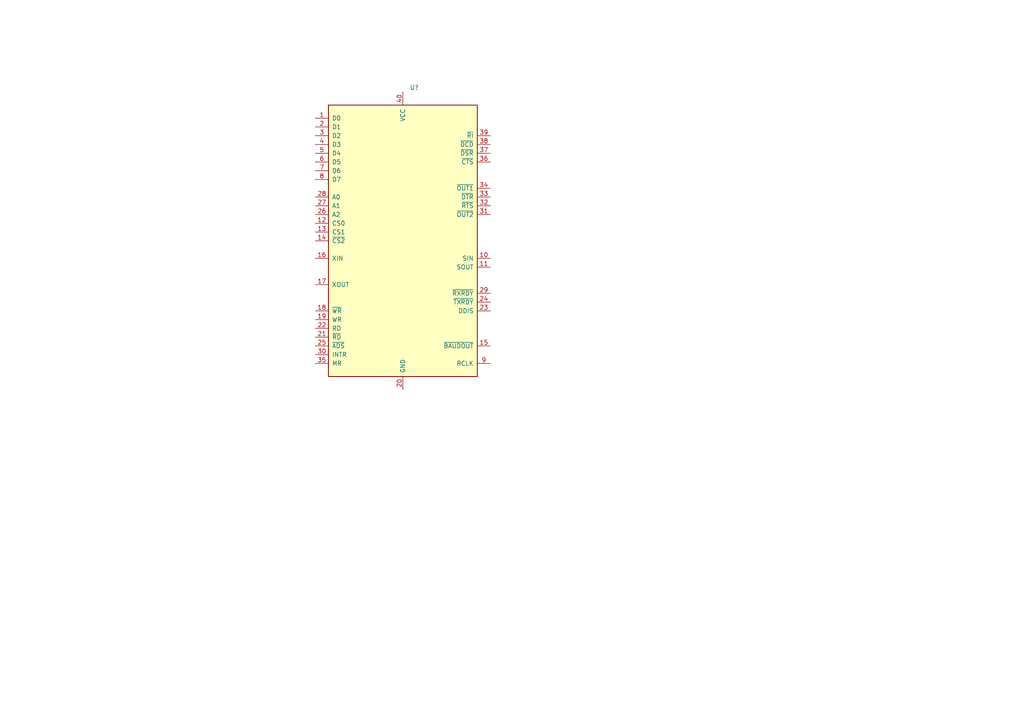
<source format=kicad_sch>
(kicad_sch (version 20211123) (generator eeschema)
  (paper "A4")
  (lib_symbols
    (symbol "Interface_UART:16550" (pin_names (offset 1.016))
      (property "Reference" "U" (at -21.59 40.64 0))
      (property "Value" "16550" (at 15.24 40.64 0))
      (symbol "16550_0_1"
        (rectangle (start -21.59 -39.37) (end 21.59 39.37) (stroke (width 0.254)) (fill (type background)))
      )
      (symbol "16550_1_1"
        (pin bidirectional line (at -25.4 35.56 0) (length 3.81) (name "D0") (number "1"))
        (pin input line (at 25.4 -5.08 180) (length 3.81) (name "SIN") (number "10"))
        (pin output line (at 25.4 -7.62 180) (length 3.81) (name "SOUT") (number "11"))
        (pin input line (at -25.4 5.08 0) (length 3.81) (name "CS0") (number "12"))
        (pin input line (at -25.4 2.54 0) (length 3.81) (name "CS1") (number "13"))
        (pin input line (at -25.4 0 0) (length 3.81) (name "~{CS2}") (number "14"))
        (pin output line (at 25.4 -30.48 180) (length 3.81) (name "~{BAUDOUT}") (number "15"))
        (pin input line (at -25.4 -5.08 0) (length 3.81) (name "XIN") (number "16"))
        (pin output line (at -25.4 -12.7 0) (length 3.81) (name "XOUT") (number "17"))
        (pin input line (at -25.4 -20.32 0) (length 3.81) (name "~{WR}") (number "18"))
        (pin input line (at -25.4 -22.86 0) (length 3.81) (name "WR") (number "19"))
        (pin bidirectional line (at -25.4 33.02 0) (length 3.81) (name "D1") (number "2"))
        (pin power_in line (at 0 -43.18 90) (length 3.81) (name "GND") (number "20"))
        (pin input line (at -25.4 -27.94 0) (length 3.81) (name "~{RD}") (number "21"))
        (pin input line (at -25.4 -25.4 0) (length 3.81) (name "RD") (number "22"))
        (pin output line (at 25.4 -20.32 180) (length 3.81) (name "DDIS") (number "23"))
        (pin output line (at 25.4 -17.78 180) (length 3.81) (name "~{TXRDY}") (number "24"))
        (pin input line (at -25.4 -30.48 0) (length 3.81) (name "~{ADS}") (number "25"))
        (pin input line (at -25.4 7.62 0) (length 3.81) (name "A2") (number "26"))
        (pin input line (at -25.4 10.16 0) (length 3.81) (name "A1") (number "27"))
        (pin input line (at -25.4 12.7 0) (length 3.81) (name "A0") (number "28"))
        (pin output line (at 25.4 -15.24 180) (length 3.81) (name "~{RXRDY}") (number "29"))
        (pin bidirectional line (at -25.4 30.48 0) (length 3.81) (name "D2") (number "3"))
        (pin output line (at -25.4 -33.02 0) (length 3.81) (name "INTR") (number "30"))
        (pin output line (at 25.4 7.62 180) (length 3.81) (name "~{OUT2}") (number "31"))
        (pin output line (at 25.4 10.16 180) (length 3.81) (name "~{RTS}") (number "32"))
        (pin output line (at 25.4 12.7 180) (length 3.81) (name "~{DTR}") (number "33"))
        (pin output line (at 25.4 15.24 180) (length 3.81) (name "~{OUT1}") (number "34"))
        (pin input line (at -25.4 -35.56 0) (length 3.81) (name "MR") (number "35"))
        (pin input line (at 25.4 22.86 180) (length 3.81) (name "~{CTS}") (number "36"))
        (pin input line (at 25.4 25.4 180) (length 3.81) (name "~{DSR}") (number "37"))
        (pin input line (at 25.4 27.94 180) (length 3.81) (name "~{DCD}") (number "38"))
        (pin input line (at 25.4 30.48 180) (length 3.81) (name "~{RI}") (number "39"))
        (pin bidirectional line (at -25.4 27.94 0) (length 3.81) (name "D3") (number "4"))
        (pin power_in line (at 0 43.18 270) (length 3.81) (name "VCC") (number "40"))
        (pin bidirectional line (at -25.4 25.4 0) (length 3.81) (name "D4") (number "5"))
        (pin bidirectional line (at -25.4 22.86 0) (length 3.81) (name "D5") (number "6"))
        (pin bidirectional line (at -25.4 20.32 0) (length 3.81) (name "D6") (number "7"))
        (pin bidirectional line (at -25.4 17.78 0) (length 3.81) (name "D7") (number "8"))
        (pin input line (at 25.4 -35.56 180) (length 3.81) (name "RCLK") (number "9"))
      )
    )
  )
  (symbol (lib_id "Interface_UART:16550") (at 116.84 69.85 0) (unit 1)
    (property "Reference" "U?" (at 118.8594 25.4 0) (effects (justify left)))
    (property "Datasheet" "http://www.ti.com/lit/ds/symlink/pc16550d.pdf" (effects hide))
  )
)
</source>
